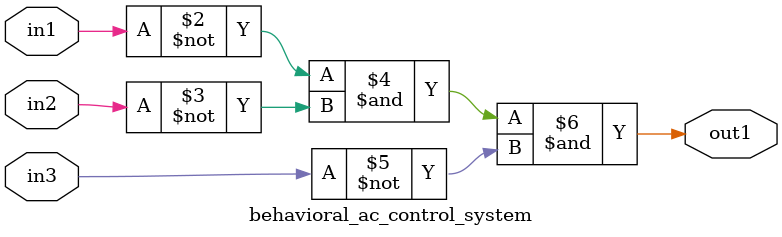
<source format=v>
`timescale 1ns / 1ps


module behavioral_ac_control_system(out1,in1,in2,in3);
input in1,in2,in3;//1st,2nd,3rd window
output reg out1;
 
always @(*)begin
out1=~in1&~in2&~in3;
//if one of the window is open close ac.
//if none of the window is open open ac.

end


endmodule

</source>
